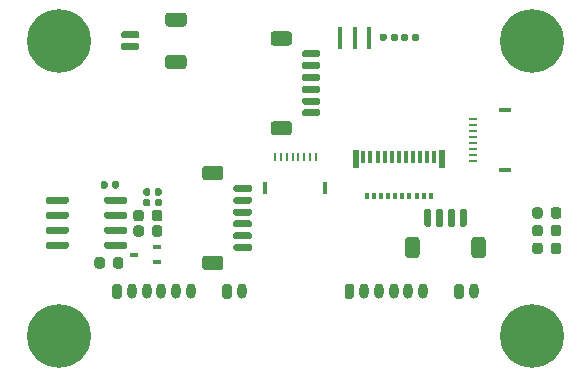
<source format=gbr>
G04 #@! TF.GenerationSoftware,KiCad,Pcbnew,(5.1.10)-1*
G04 #@! TF.CreationDate,2022-10-27T19:37:03-07:00*
G04 #@! TF.ProjectId,Motor_Gen2L,4d6f746f-725f-4476-956e-324c2e6b6963,rev?*
G04 #@! TF.SameCoordinates,Original*
G04 #@! TF.FileFunction,Soldermask,Top*
G04 #@! TF.FilePolarity,Negative*
%FSLAX46Y46*%
G04 Gerber Fmt 4.6, Leading zero omitted, Abs format (unit mm)*
G04 Created by KiCad (PCBNEW (5.1.10)-1) date 2022-10-27 19:37:03*
%MOMM*%
%LPD*%
G01*
G04 APERTURE LIST*
%ADD10R,0.700000X0.290000*%
%ADD11R,1.000000X0.300000*%
%ADD12R,0.290000X0.700000*%
%ADD13R,0.300000X1.000000*%
%ADD14R,0.400000X1.900000*%
%ADD15R,0.520000X1.600000*%
%ADD16R,0.300000X0.600000*%
%ADD17O,0.800000X1.300000*%
%ADD18C,0.800000*%
%ADD19C,5.400000*%
%ADD20R,0.700000X0.450000*%
G04 APERTURE END LIST*
G36*
G01*
X93650001Y-108300000D02*
X92349999Y-108300000D01*
G75*
G02*
X92100000Y-108050001I0J249999D01*
G01*
X92100000Y-107349999D01*
G75*
G02*
X92349999Y-107100000I249999J0D01*
G01*
X93650001Y-107100000D01*
G75*
G02*
X93900000Y-107349999I0J-249999D01*
G01*
X93900000Y-108050001D01*
G75*
G02*
X93650001Y-108300000I-249999J0D01*
G01*
G37*
G36*
G01*
X93650001Y-115900000D02*
X92349999Y-115900000D01*
G75*
G02*
X92100000Y-115650001I0J249999D01*
G01*
X92100000Y-114949999D01*
G75*
G02*
X92349999Y-114700000I249999J0D01*
G01*
X93650001Y-114700000D01*
G75*
G02*
X93900000Y-114949999I0J-249999D01*
G01*
X93900000Y-115650001D01*
G75*
G02*
X93650001Y-115900000I-249999J0D01*
G01*
G37*
G36*
G01*
X96150000Y-109300000D02*
X94900000Y-109300000D01*
G75*
G02*
X94750000Y-109150000I0J150000D01*
G01*
X94750000Y-108850000D01*
G75*
G02*
X94900000Y-108700000I150000J0D01*
G01*
X96150000Y-108700000D01*
G75*
G02*
X96300000Y-108850000I0J-150000D01*
G01*
X96300000Y-109150000D01*
G75*
G02*
X96150000Y-109300000I-150000J0D01*
G01*
G37*
G36*
G01*
X96150000Y-110300000D02*
X94900000Y-110300000D01*
G75*
G02*
X94750000Y-110150000I0J150000D01*
G01*
X94750000Y-109850000D01*
G75*
G02*
X94900000Y-109700000I150000J0D01*
G01*
X96150000Y-109700000D01*
G75*
G02*
X96300000Y-109850000I0J-150000D01*
G01*
X96300000Y-110150000D01*
G75*
G02*
X96150000Y-110300000I-150000J0D01*
G01*
G37*
G36*
G01*
X96150000Y-111300000D02*
X94900000Y-111300000D01*
G75*
G02*
X94750000Y-111150000I0J150000D01*
G01*
X94750000Y-110850000D01*
G75*
G02*
X94900000Y-110700000I150000J0D01*
G01*
X96150000Y-110700000D01*
G75*
G02*
X96300000Y-110850000I0J-150000D01*
G01*
X96300000Y-111150000D01*
G75*
G02*
X96150000Y-111300000I-150000J0D01*
G01*
G37*
G36*
G01*
X96150000Y-112300000D02*
X94900000Y-112300000D01*
G75*
G02*
X94750000Y-112150000I0J150000D01*
G01*
X94750000Y-111850000D01*
G75*
G02*
X94900000Y-111700000I150000J0D01*
G01*
X96150000Y-111700000D01*
G75*
G02*
X96300000Y-111850000I0J-150000D01*
G01*
X96300000Y-112150000D01*
G75*
G02*
X96150000Y-112300000I-150000J0D01*
G01*
G37*
G36*
G01*
X96150000Y-113300000D02*
X94900000Y-113300000D01*
G75*
G02*
X94750000Y-113150000I0J150000D01*
G01*
X94750000Y-112850000D01*
G75*
G02*
X94900000Y-112700000I150000J0D01*
G01*
X96150000Y-112700000D01*
G75*
G02*
X96300000Y-112850000I0J-150000D01*
G01*
X96300000Y-113150000D01*
G75*
G02*
X96150000Y-113300000I-150000J0D01*
G01*
G37*
G36*
G01*
X96150000Y-114300000D02*
X94900000Y-114300000D01*
G75*
G02*
X94750000Y-114150000I0J150000D01*
G01*
X94750000Y-113850000D01*
G75*
G02*
X94900000Y-113700000I150000J0D01*
G01*
X96150000Y-113700000D01*
G75*
G02*
X96300000Y-113850000I0J-150000D01*
G01*
X96300000Y-114150000D01*
G75*
G02*
X96150000Y-114300000I-150000J0D01*
G01*
G37*
G36*
G01*
X99450001Y-96900000D02*
X98149999Y-96900000D01*
G75*
G02*
X97900000Y-96650001I0J249999D01*
G01*
X97900000Y-95949999D01*
G75*
G02*
X98149999Y-95700000I249999J0D01*
G01*
X99450001Y-95700000D01*
G75*
G02*
X99700000Y-95949999I0J-249999D01*
G01*
X99700000Y-96650001D01*
G75*
G02*
X99450001Y-96900000I-249999J0D01*
G01*
G37*
G36*
G01*
X99450001Y-104500000D02*
X98149999Y-104500000D01*
G75*
G02*
X97900000Y-104250001I0J249999D01*
G01*
X97900000Y-103549999D01*
G75*
G02*
X98149999Y-103300000I249999J0D01*
G01*
X99450001Y-103300000D01*
G75*
G02*
X99700000Y-103549999I0J-249999D01*
G01*
X99700000Y-104250001D01*
G75*
G02*
X99450001Y-104500000I-249999J0D01*
G01*
G37*
G36*
G01*
X101950000Y-97900000D02*
X100700000Y-97900000D01*
G75*
G02*
X100550000Y-97750000I0J150000D01*
G01*
X100550000Y-97450000D01*
G75*
G02*
X100700000Y-97300000I150000J0D01*
G01*
X101950000Y-97300000D01*
G75*
G02*
X102100000Y-97450000I0J-150000D01*
G01*
X102100000Y-97750000D01*
G75*
G02*
X101950000Y-97900000I-150000J0D01*
G01*
G37*
G36*
G01*
X101950000Y-98900000D02*
X100700000Y-98900000D01*
G75*
G02*
X100550000Y-98750000I0J150000D01*
G01*
X100550000Y-98450000D01*
G75*
G02*
X100700000Y-98300000I150000J0D01*
G01*
X101950000Y-98300000D01*
G75*
G02*
X102100000Y-98450000I0J-150000D01*
G01*
X102100000Y-98750000D01*
G75*
G02*
X101950000Y-98900000I-150000J0D01*
G01*
G37*
G36*
G01*
X101950000Y-99900000D02*
X100700000Y-99900000D01*
G75*
G02*
X100550000Y-99750000I0J150000D01*
G01*
X100550000Y-99450000D01*
G75*
G02*
X100700000Y-99300000I150000J0D01*
G01*
X101950000Y-99300000D01*
G75*
G02*
X102100000Y-99450000I0J-150000D01*
G01*
X102100000Y-99750000D01*
G75*
G02*
X101950000Y-99900000I-150000J0D01*
G01*
G37*
G36*
G01*
X101950000Y-100900000D02*
X100700000Y-100900000D01*
G75*
G02*
X100550000Y-100750000I0J150000D01*
G01*
X100550000Y-100450000D01*
G75*
G02*
X100700000Y-100300000I150000J0D01*
G01*
X101950000Y-100300000D01*
G75*
G02*
X102100000Y-100450000I0J-150000D01*
G01*
X102100000Y-100750000D01*
G75*
G02*
X101950000Y-100900000I-150000J0D01*
G01*
G37*
G36*
G01*
X101950000Y-101900000D02*
X100700000Y-101900000D01*
G75*
G02*
X100550000Y-101750000I0J150000D01*
G01*
X100550000Y-101450000D01*
G75*
G02*
X100700000Y-101300000I150000J0D01*
G01*
X101950000Y-101300000D01*
G75*
G02*
X102100000Y-101450000I0J-150000D01*
G01*
X102100000Y-101750000D01*
G75*
G02*
X101950000Y-101900000I-150000J0D01*
G01*
G37*
G36*
G01*
X101950000Y-102900000D02*
X100700000Y-102900000D01*
G75*
G02*
X100550000Y-102750000I0J150000D01*
G01*
X100550000Y-102450000D01*
G75*
G02*
X100700000Y-102300000I150000J0D01*
G01*
X101950000Y-102300000D01*
G75*
G02*
X102100000Y-102450000I0J-150000D01*
G01*
X102100000Y-102750000D01*
G75*
G02*
X101950000Y-102900000I-150000J0D01*
G01*
G37*
G36*
G01*
X110500000Y-113349999D02*
X110500000Y-114650001D01*
G75*
G02*
X110250001Y-114900000I-249999J0D01*
G01*
X109549999Y-114900000D01*
G75*
G02*
X109300000Y-114650001I0J249999D01*
G01*
X109300000Y-113349999D01*
G75*
G02*
X109549999Y-113100000I249999J0D01*
G01*
X110250001Y-113100000D01*
G75*
G02*
X110500000Y-113349999I0J-249999D01*
G01*
G37*
G36*
G01*
X116100000Y-113349999D02*
X116100000Y-114650001D01*
G75*
G02*
X115850001Y-114900000I-249999J0D01*
G01*
X115149999Y-114900000D01*
G75*
G02*
X114900000Y-114650001I0J249999D01*
G01*
X114900000Y-113349999D01*
G75*
G02*
X115149999Y-113100000I249999J0D01*
G01*
X115850001Y-113100000D01*
G75*
G02*
X116100000Y-113349999I0J-249999D01*
G01*
G37*
G36*
G01*
X111500000Y-110850000D02*
X111500000Y-112100000D01*
G75*
G02*
X111350000Y-112250000I-150000J0D01*
G01*
X111050000Y-112250000D01*
G75*
G02*
X110900000Y-112100000I0J150000D01*
G01*
X110900000Y-110850000D01*
G75*
G02*
X111050000Y-110700000I150000J0D01*
G01*
X111350000Y-110700000D01*
G75*
G02*
X111500000Y-110850000I0J-150000D01*
G01*
G37*
G36*
G01*
X112500000Y-110850000D02*
X112500000Y-112100000D01*
G75*
G02*
X112350000Y-112250000I-150000J0D01*
G01*
X112050000Y-112250000D01*
G75*
G02*
X111900000Y-112100000I0J150000D01*
G01*
X111900000Y-110850000D01*
G75*
G02*
X112050000Y-110700000I150000J0D01*
G01*
X112350000Y-110700000D01*
G75*
G02*
X112500000Y-110850000I0J-150000D01*
G01*
G37*
G36*
G01*
X113500000Y-110850000D02*
X113500000Y-112100000D01*
G75*
G02*
X113350000Y-112250000I-150000J0D01*
G01*
X113050000Y-112250000D01*
G75*
G02*
X112900000Y-112100000I0J150000D01*
G01*
X112900000Y-110850000D01*
G75*
G02*
X113050000Y-110700000I150000J0D01*
G01*
X113350000Y-110700000D01*
G75*
G02*
X113500000Y-110850000I0J-150000D01*
G01*
G37*
G36*
G01*
X114500000Y-110850000D02*
X114500000Y-112100000D01*
G75*
G02*
X114350000Y-112250000I-150000J0D01*
G01*
X114050000Y-112250000D01*
G75*
G02*
X113900000Y-112100000I0J150000D01*
G01*
X113900000Y-110850000D01*
G75*
G02*
X114050000Y-110700000I150000J0D01*
G01*
X114350000Y-110700000D01*
G75*
G02*
X114500000Y-110850000I0J-150000D01*
G01*
G37*
G36*
G01*
X90525001Y-95300000D02*
X89224999Y-95300000D01*
G75*
G02*
X88975000Y-95050001I0J249999D01*
G01*
X88975000Y-94349999D01*
G75*
G02*
X89224999Y-94100000I249999J0D01*
G01*
X90525001Y-94100000D01*
G75*
G02*
X90775000Y-94349999I0J-249999D01*
G01*
X90775000Y-95050001D01*
G75*
G02*
X90525001Y-95300000I-249999J0D01*
G01*
G37*
G36*
G01*
X90525001Y-98900000D02*
X89224999Y-98900000D01*
G75*
G02*
X88975000Y-98650001I0J249999D01*
G01*
X88975000Y-97949999D01*
G75*
G02*
X89224999Y-97700000I249999J0D01*
G01*
X90525001Y-97700000D01*
G75*
G02*
X90775000Y-97949999I0J-249999D01*
G01*
X90775000Y-98650001D01*
G75*
G02*
X90525001Y-98900000I-249999J0D01*
G01*
G37*
G36*
G01*
X86625000Y-96300000D02*
X85375000Y-96300000D01*
G75*
G02*
X85225000Y-96150000I0J150000D01*
G01*
X85225000Y-95850000D01*
G75*
G02*
X85375000Y-95700000I150000J0D01*
G01*
X86625000Y-95700000D01*
G75*
G02*
X86775000Y-95850000I0J-150000D01*
G01*
X86775000Y-96150000D01*
G75*
G02*
X86625000Y-96300000I-150000J0D01*
G01*
G37*
G36*
G01*
X86625000Y-97300000D02*
X85375000Y-97300000D01*
G75*
G02*
X85225000Y-97150000I0J150000D01*
G01*
X85225000Y-96850000D01*
G75*
G02*
X85375000Y-96700000I150000J0D01*
G01*
X86625000Y-96700000D01*
G75*
G02*
X86775000Y-96850000I0J-150000D01*
G01*
X86775000Y-97150000D01*
G75*
G02*
X86625000Y-97300000I-150000J0D01*
G01*
G37*
D10*
X115050000Y-103150000D03*
X115050000Y-103650000D03*
X115050000Y-104150000D03*
X115050000Y-104650000D03*
X115050000Y-105150000D03*
X115050000Y-105650000D03*
X115050000Y-106150000D03*
D11*
X117700000Y-102360000D03*
X117700000Y-107440000D03*
D10*
X115050000Y-106650000D03*
D12*
X101750000Y-106350000D03*
X101250000Y-106350000D03*
X100750000Y-106350000D03*
X100250000Y-106350000D03*
X99750000Y-106350000D03*
X99250000Y-106350000D03*
X98750000Y-106350000D03*
D13*
X102540000Y-109000000D03*
X97460000Y-109000000D03*
D12*
X98250000Y-106350000D03*
D14*
X106200000Y-96300000D03*
X105000000Y-96300000D03*
X103800000Y-96300000D03*
D15*
X105100000Y-106525000D03*
X112400000Y-106525000D03*
D16*
X106050000Y-109625000D03*
X106650000Y-109625000D03*
X107250000Y-109625000D03*
X107850000Y-109625000D03*
X108450000Y-109625000D03*
X109050000Y-109625000D03*
X109650000Y-109625000D03*
X110250000Y-109625000D03*
X110850000Y-109625000D03*
X111450000Y-109625000D03*
D13*
X105750000Y-106325000D03*
X106350000Y-106325000D03*
X106950000Y-106325000D03*
X107550000Y-106325000D03*
X108150000Y-106325000D03*
X108750000Y-106325000D03*
X109350000Y-106325000D03*
X109950000Y-106325000D03*
X110550000Y-106325000D03*
X111150000Y-106325000D03*
X111750000Y-106325000D03*
D17*
X95450000Y-117700000D03*
G36*
G01*
X93800000Y-118150000D02*
X93800000Y-117250000D01*
G75*
G02*
X94000000Y-117050000I200000J0D01*
G01*
X94400000Y-117050000D01*
G75*
G02*
X94600000Y-117250000I0J-200000D01*
G01*
X94600000Y-118150000D01*
G75*
G02*
X94400000Y-118350000I-200000J0D01*
G01*
X94000000Y-118350000D01*
G75*
G02*
X93800000Y-118150000I0J200000D01*
G01*
G37*
X115100000Y-117700000D03*
G36*
G01*
X113450000Y-118150000D02*
X113450000Y-117250000D01*
G75*
G02*
X113650000Y-117050000I200000J0D01*
G01*
X114050000Y-117050000D01*
G75*
G02*
X114250000Y-117250000I0J-200000D01*
G01*
X114250000Y-118150000D01*
G75*
G02*
X114050000Y-118350000I-200000J0D01*
G01*
X113650000Y-118350000D01*
G75*
G02*
X113450000Y-118150000I0J200000D01*
G01*
G37*
X91150000Y-117700000D03*
X89900000Y-117700000D03*
X88650000Y-117700000D03*
X87400000Y-117700000D03*
X86150000Y-117700000D03*
G36*
G01*
X84500000Y-118150000D02*
X84500000Y-117250000D01*
G75*
G02*
X84700000Y-117050000I200000J0D01*
G01*
X85100000Y-117050000D01*
G75*
G02*
X85300000Y-117250000I0J-200000D01*
G01*
X85300000Y-118150000D01*
G75*
G02*
X85100000Y-118350000I-200000J0D01*
G01*
X84700000Y-118350000D01*
G75*
G02*
X84500000Y-118150000I0J200000D01*
G01*
G37*
X110800000Y-117700000D03*
X109550000Y-117700000D03*
X108300000Y-117700000D03*
X107050000Y-117700000D03*
X105800000Y-117700000D03*
G36*
G01*
X104150000Y-118150000D02*
X104150000Y-117250000D01*
G75*
G02*
X104350000Y-117050000I200000J0D01*
G01*
X104750000Y-117050000D01*
G75*
G02*
X104950000Y-117250000I0J-200000D01*
G01*
X104950000Y-118150000D01*
G75*
G02*
X104750000Y-118350000I-200000J0D01*
G01*
X104350000Y-118350000D01*
G75*
G02*
X104150000Y-118150000I0J200000D01*
G01*
G37*
D18*
X121431891Y-120068109D03*
X120000000Y-119475000D03*
X118568109Y-120068109D03*
X117975000Y-121500000D03*
X118568109Y-122931891D03*
X120000000Y-123525000D03*
X121431891Y-122931891D03*
X122025000Y-121500000D03*
D19*
X120000000Y-121500000D03*
D18*
X81431891Y-120068109D03*
X80000000Y-119475000D03*
X78568109Y-120068109D03*
X77975000Y-121500000D03*
X78568109Y-122931891D03*
X80000000Y-123525000D03*
X81431891Y-122931891D03*
X82025000Y-121500000D03*
D19*
X80000000Y-121500000D03*
D18*
X81431891Y-95068109D03*
X80000000Y-94475000D03*
X78568109Y-95068109D03*
X77975000Y-96500000D03*
X78568109Y-97931891D03*
X80000000Y-98525000D03*
X81431891Y-97931891D03*
X82025000Y-96500000D03*
D19*
X80000000Y-96500000D03*
D18*
X121431891Y-95068109D03*
X120000000Y-94475000D03*
X118568109Y-95068109D03*
X117975000Y-96500000D03*
X118568109Y-97931891D03*
X120000000Y-98525000D03*
X121431891Y-97931891D03*
X122025000Y-96500000D03*
D19*
X120000000Y-96500000D03*
G36*
G01*
X83800000Y-110145000D02*
X83800000Y-109845000D01*
G75*
G02*
X83950000Y-109695000I150000J0D01*
G01*
X85600000Y-109695000D01*
G75*
G02*
X85750000Y-109845000I0J-150000D01*
G01*
X85750000Y-110145000D01*
G75*
G02*
X85600000Y-110295000I-150000J0D01*
G01*
X83950000Y-110295000D01*
G75*
G02*
X83800000Y-110145000I0J150000D01*
G01*
G37*
G36*
G01*
X83800000Y-111415000D02*
X83800000Y-111115000D01*
G75*
G02*
X83950000Y-110965000I150000J0D01*
G01*
X85600000Y-110965000D01*
G75*
G02*
X85750000Y-111115000I0J-150000D01*
G01*
X85750000Y-111415000D01*
G75*
G02*
X85600000Y-111565000I-150000J0D01*
G01*
X83950000Y-111565000D01*
G75*
G02*
X83800000Y-111415000I0J150000D01*
G01*
G37*
G36*
G01*
X83800000Y-112685000D02*
X83800000Y-112385000D01*
G75*
G02*
X83950000Y-112235000I150000J0D01*
G01*
X85600000Y-112235000D01*
G75*
G02*
X85750000Y-112385000I0J-150000D01*
G01*
X85750000Y-112685000D01*
G75*
G02*
X85600000Y-112835000I-150000J0D01*
G01*
X83950000Y-112835000D01*
G75*
G02*
X83800000Y-112685000I0J150000D01*
G01*
G37*
G36*
G01*
X83800000Y-113955000D02*
X83800000Y-113655000D01*
G75*
G02*
X83950000Y-113505000I150000J0D01*
G01*
X85600000Y-113505000D01*
G75*
G02*
X85750000Y-113655000I0J-150000D01*
G01*
X85750000Y-113955000D01*
G75*
G02*
X85600000Y-114105000I-150000J0D01*
G01*
X83950000Y-114105000D01*
G75*
G02*
X83800000Y-113955000I0J150000D01*
G01*
G37*
G36*
G01*
X78850000Y-113955000D02*
X78850000Y-113655000D01*
G75*
G02*
X79000000Y-113505000I150000J0D01*
G01*
X80650000Y-113505000D01*
G75*
G02*
X80800000Y-113655000I0J-150000D01*
G01*
X80800000Y-113955000D01*
G75*
G02*
X80650000Y-114105000I-150000J0D01*
G01*
X79000000Y-114105000D01*
G75*
G02*
X78850000Y-113955000I0J150000D01*
G01*
G37*
G36*
G01*
X78850000Y-112685000D02*
X78850000Y-112385000D01*
G75*
G02*
X79000000Y-112235000I150000J0D01*
G01*
X80650000Y-112235000D01*
G75*
G02*
X80800000Y-112385000I0J-150000D01*
G01*
X80800000Y-112685000D01*
G75*
G02*
X80650000Y-112835000I-150000J0D01*
G01*
X79000000Y-112835000D01*
G75*
G02*
X78850000Y-112685000I0J150000D01*
G01*
G37*
G36*
G01*
X78850000Y-111415000D02*
X78850000Y-111115000D01*
G75*
G02*
X79000000Y-110965000I150000J0D01*
G01*
X80650000Y-110965000D01*
G75*
G02*
X80800000Y-111115000I0J-150000D01*
G01*
X80800000Y-111415000D01*
G75*
G02*
X80650000Y-111565000I-150000J0D01*
G01*
X79000000Y-111565000D01*
G75*
G02*
X78850000Y-111415000I0J150000D01*
G01*
G37*
G36*
G01*
X78850000Y-110145000D02*
X78850000Y-109845000D01*
G75*
G02*
X79000000Y-109695000I150000J0D01*
G01*
X80650000Y-109695000D01*
G75*
G02*
X80800000Y-109845000I0J-150000D01*
G01*
X80800000Y-110145000D01*
G75*
G02*
X80650000Y-110295000I-150000J0D01*
G01*
X79000000Y-110295000D01*
G75*
G02*
X78850000Y-110145000I0J150000D01*
G01*
G37*
G36*
G01*
X88090000Y-109472500D02*
X88090000Y-109127500D01*
G75*
G02*
X88237500Y-108980000I147500J0D01*
G01*
X88532500Y-108980000D01*
G75*
G02*
X88680000Y-109127500I0J-147500D01*
G01*
X88680000Y-109472500D01*
G75*
G02*
X88532500Y-109620000I-147500J0D01*
G01*
X88237500Y-109620000D01*
G75*
G02*
X88090000Y-109472500I0J147500D01*
G01*
G37*
G36*
G01*
X87120000Y-109472500D02*
X87120000Y-109127500D01*
G75*
G02*
X87267500Y-108980000I147500J0D01*
G01*
X87562500Y-108980000D01*
G75*
G02*
X87710000Y-109127500I0J-147500D01*
G01*
X87710000Y-109472500D01*
G75*
G02*
X87562500Y-109620000I-147500J0D01*
G01*
X87267500Y-109620000D01*
G75*
G02*
X87120000Y-109472500I0J147500D01*
G01*
G37*
G36*
G01*
X88090000Y-110372500D02*
X88090000Y-110027500D01*
G75*
G02*
X88237500Y-109880000I147500J0D01*
G01*
X88532500Y-109880000D01*
G75*
G02*
X88680000Y-110027500I0J-147500D01*
G01*
X88680000Y-110372500D01*
G75*
G02*
X88532500Y-110520000I-147500J0D01*
G01*
X88237500Y-110520000D01*
G75*
G02*
X88090000Y-110372500I0J147500D01*
G01*
G37*
G36*
G01*
X87120000Y-110372500D02*
X87120000Y-110027500D01*
G75*
G02*
X87267500Y-109880000I147500J0D01*
G01*
X87562500Y-109880000D01*
G75*
G02*
X87710000Y-110027500I0J-147500D01*
G01*
X87710000Y-110372500D01*
G75*
G02*
X87562500Y-110520000I-147500J0D01*
G01*
X87267500Y-110520000D01*
G75*
G02*
X87120000Y-110372500I0J147500D01*
G01*
G37*
G36*
G01*
X87150000Y-112343750D02*
X87150000Y-112856250D01*
G75*
G02*
X86931250Y-113075000I-218750J0D01*
G01*
X86493750Y-113075000D01*
G75*
G02*
X86275000Y-112856250I0J218750D01*
G01*
X86275000Y-112343750D01*
G75*
G02*
X86493750Y-112125000I218750J0D01*
G01*
X86931250Y-112125000D01*
G75*
G02*
X87150000Y-112343750I0J-218750D01*
G01*
G37*
G36*
G01*
X88725000Y-112343750D02*
X88725000Y-112856250D01*
G75*
G02*
X88506250Y-113075000I-218750J0D01*
G01*
X88068750Y-113075000D01*
G75*
G02*
X87850000Y-112856250I0J218750D01*
G01*
X87850000Y-112343750D01*
G75*
G02*
X88068750Y-112125000I218750J0D01*
G01*
X88506250Y-112125000D01*
G75*
G02*
X88725000Y-112343750I0J-218750D01*
G01*
G37*
G36*
G01*
X87150000Y-111043750D02*
X87150000Y-111556250D01*
G75*
G02*
X86931250Y-111775000I-218750J0D01*
G01*
X86493750Y-111775000D01*
G75*
G02*
X86275000Y-111556250I0J218750D01*
G01*
X86275000Y-111043750D01*
G75*
G02*
X86493750Y-110825000I218750J0D01*
G01*
X86931250Y-110825000D01*
G75*
G02*
X87150000Y-111043750I0J-218750D01*
G01*
G37*
G36*
G01*
X88725000Y-111043750D02*
X88725000Y-111556250D01*
G75*
G02*
X88506250Y-111775000I-218750J0D01*
G01*
X88068750Y-111775000D01*
G75*
G02*
X87850000Y-111556250I0J218750D01*
G01*
X87850000Y-111043750D01*
G75*
G02*
X88068750Y-110825000I218750J0D01*
G01*
X88506250Y-110825000D01*
G75*
G02*
X88725000Y-111043750I0J-218750D01*
G01*
G37*
G36*
G01*
X85425000Y-115043750D02*
X85425000Y-115556250D01*
G75*
G02*
X85206250Y-115775000I-218750J0D01*
G01*
X84768750Y-115775000D01*
G75*
G02*
X84550000Y-115556250I0J218750D01*
G01*
X84550000Y-115043750D01*
G75*
G02*
X84768750Y-114825000I218750J0D01*
G01*
X85206250Y-114825000D01*
G75*
G02*
X85425000Y-115043750I0J-218750D01*
G01*
G37*
G36*
G01*
X83850000Y-115043750D02*
X83850000Y-115556250D01*
G75*
G02*
X83631250Y-115775000I-218750J0D01*
G01*
X83193750Y-115775000D01*
G75*
G02*
X82975000Y-115556250I0J218750D01*
G01*
X82975000Y-115043750D01*
G75*
G02*
X83193750Y-114825000I218750J0D01*
G01*
X83631250Y-114825000D01*
G75*
G02*
X83850000Y-115043750I0J-218750D01*
G01*
G37*
D20*
X86300000Y-114600000D03*
X88300000Y-113950000D03*
X88300000Y-115250000D03*
G36*
G01*
X120925000Y-113817150D02*
X120925000Y-114329650D01*
G75*
G02*
X120706250Y-114548400I-218750J0D01*
G01*
X120268750Y-114548400D01*
G75*
G02*
X120050000Y-114329650I0J218750D01*
G01*
X120050000Y-113817150D01*
G75*
G02*
X120268750Y-113598400I218750J0D01*
G01*
X120706250Y-113598400D01*
G75*
G02*
X120925000Y-113817150I0J-218750D01*
G01*
G37*
G36*
G01*
X122500000Y-113817150D02*
X122500000Y-114329650D01*
G75*
G02*
X122281250Y-114548400I-218750J0D01*
G01*
X121843750Y-114548400D01*
G75*
G02*
X121625000Y-114329650I0J218750D01*
G01*
X121625000Y-113817150D01*
G75*
G02*
X121843750Y-113598400I218750J0D01*
G01*
X122281250Y-113598400D01*
G75*
G02*
X122500000Y-113817150I0J-218750D01*
G01*
G37*
G36*
G01*
X120925000Y-112317150D02*
X120925000Y-112829650D01*
G75*
G02*
X120706250Y-113048400I-218750J0D01*
G01*
X120268750Y-113048400D01*
G75*
G02*
X120050000Y-112829650I0J218750D01*
G01*
X120050000Y-112317150D01*
G75*
G02*
X120268750Y-112098400I218750J0D01*
G01*
X120706250Y-112098400D01*
G75*
G02*
X120925000Y-112317150I0J-218750D01*
G01*
G37*
G36*
G01*
X122500000Y-112317150D02*
X122500000Y-112829650D01*
G75*
G02*
X122281250Y-113048400I-218750J0D01*
G01*
X121843750Y-113048400D01*
G75*
G02*
X121625000Y-112829650I0J218750D01*
G01*
X121625000Y-112317150D01*
G75*
G02*
X121843750Y-112098400I218750J0D01*
G01*
X122281250Y-112098400D01*
G75*
G02*
X122500000Y-112317150I0J-218750D01*
G01*
G37*
G36*
G01*
X120925000Y-110817150D02*
X120925000Y-111329650D01*
G75*
G02*
X120706250Y-111548400I-218750J0D01*
G01*
X120268750Y-111548400D01*
G75*
G02*
X120050000Y-111329650I0J218750D01*
G01*
X120050000Y-110817150D01*
G75*
G02*
X120268750Y-110598400I218750J0D01*
G01*
X120706250Y-110598400D01*
G75*
G02*
X120925000Y-110817150I0J-218750D01*
G01*
G37*
G36*
G01*
X122500000Y-110817150D02*
X122500000Y-111329650D01*
G75*
G02*
X122281250Y-111548400I-218750J0D01*
G01*
X121843750Y-111548400D01*
G75*
G02*
X121625000Y-111329650I0J218750D01*
G01*
X121625000Y-110817150D01*
G75*
G02*
X121843750Y-110598400I218750J0D01*
G01*
X122281250Y-110598400D01*
G75*
G02*
X122500000Y-110817150I0J-218750D01*
G01*
G37*
G36*
G01*
X84085000Y-108527500D02*
X84085000Y-108872500D01*
G75*
G02*
X83937500Y-109020000I-147500J0D01*
G01*
X83642500Y-109020000D01*
G75*
G02*
X83495000Y-108872500I0J147500D01*
G01*
X83495000Y-108527500D01*
G75*
G02*
X83642500Y-108380000I147500J0D01*
G01*
X83937500Y-108380000D01*
G75*
G02*
X84085000Y-108527500I0J-147500D01*
G01*
G37*
G36*
G01*
X85055000Y-108527500D02*
X85055000Y-108872500D01*
G75*
G02*
X84907500Y-109020000I-147500J0D01*
G01*
X84612500Y-109020000D01*
G75*
G02*
X84465000Y-108872500I0J147500D01*
G01*
X84465000Y-108527500D01*
G75*
G02*
X84612500Y-108380000I147500J0D01*
G01*
X84907500Y-108380000D01*
G75*
G02*
X85055000Y-108527500I0J-147500D01*
G01*
G37*
G36*
G01*
X108090000Y-96372500D02*
X108090000Y-96027500D01*
G75*
G02*
X108237500Y-95880000I147500J0D01*
G01*
X108532500Y-95880000D01*
G75*
G02*
X108680000Y-96027500I0J-147500D01*
G01*
X108680000Y-96372500D01*
G75*
G02*
X108532500Y-96520000I-147500J0D01*
G01*
X108237500Y-96520000D01*
G75*
G02*
X108090000Y-96372500I0J147500D01*
G01*
G37*
G36*
G01*
X107120000Y-96372500D02*
X107120000Y-96027500D01*
G75*
G02*
X107267500Y-95880000I147500J0D01*
G01*
X107562500Y-95880000D01*
G75*
G02*
X107710000Y-96027500I0J-147500D01*
G01*
X107710000Y-96372500D01*
G75*
G02*
X107562500Y-96520000I-147500J0D01*
G01*
X107267500Y-96520000D01*
G75*
G02*
X107120000Y-96372500I0J147500D01*
G01*
G37*
G36*
G01*
X109510000Y-96027500D02*
X109510000Y-96372500D01*
G75*
G02*
X109362500Y-96520000I-147500J0D01*
G01*
X109067500Y-96520000D01*
G75*
G02*
X108920000Y-96372500I0J147500D01*
G01*
X108920000Y-96027500D01*
G75*
G02*
X109067500Y-95880000I147500J0D01*
G01*
X109362500Y-95880000D01*
G75*
G02*
X109510000Y-96027500I0J-147500D01*
G01*
G37*
G36*
G01*
X110480000Y-96027500D02*
X110480000Y-96372500D01*
G75*
G02*
X110332500Y-96520000I-147500J0D01*
G01*
X110037500Y-96520000D01*
G75*
G02*
X109890000Y-96372500I0J147500D01*
G01*
X109890000Y-96027500D01*
G75*
G02*
X110037500Y-95880000I147500J0D01*
G01*
X110332500Y-95880000D01*
G75*
G02*
X110480000Y-96027500I0J-147500D01*
G01*
G37*
M02*

</source>
